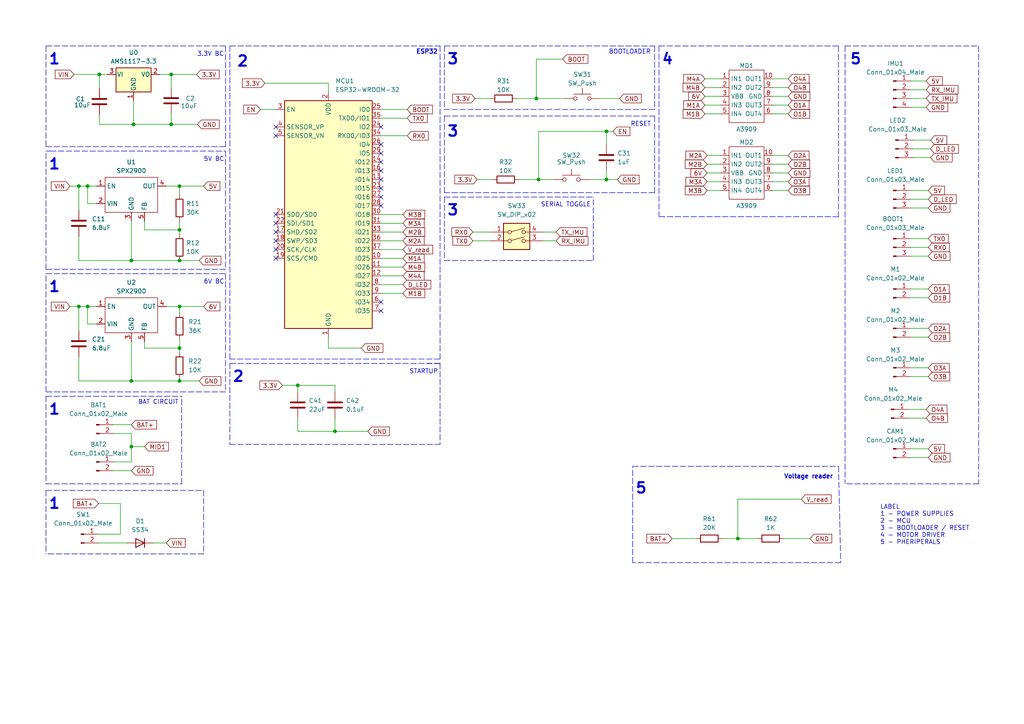
<source format=kicad_sch>
(kicad_sch (version 20211123) (generator eeschema)
  (paper "A4")
  (lib_symbols
    (symbol "A3909:A3909"
      (property "Reference" "MD" (at 0 7.62 0))
      (property "Value" "A3909" (at 0 -10.16 0))
      (symbol "A3909_0_1"
        (rectangle (start -5.08 6.35) (end 5.08 -8.89))
      )
      (symbol "A3909_1_1"
        (pin input line (at -7.62 3.81 0) (length 2.54) (name "IN1") (number "1"))
        (pin output line (at 7.62 3.81 180) (length 2.54) (name "OUT1") (number "10"))
        (pin input line (at -7.62 1.27 0) (length 2.54) (name "IN2") (number "2"))
        (pin input line (at -7.62 -1.27 0) (length 2.54) (name "VBB") (number "3"))
        (pin input line (at -7.62 -3.81 0) (length 2.54) (name "IN3") (number "4"))
        (pin input line (at -7.62 -6.35 0) (length 2.54) (name "IN4") (number "5"))
        (pin output line (at 7.62 -6.35 180) (length 2.54) (name "OUT4") (number "6"))
        (pin output line (at 7.62 -3.81 180) (length 2.54) (name "OUT3") (number "7"))
        (pin bidirectional line (at 7.62 -1.27 180) (length 2.54) (name "GND") (number "8"))
        (pin output line (at 7.62 1.27 180) (length 2.54) (name "OUT2") (number "9"))
      )
    )
    (symbol "Connector:Conn_01x02_Male" (pin_names (offset 1.016) hide)
      (property "Reference" "J" (at 0 2.54 0))
      (property "Value" "Conn_01x02_Male" (at 0 -5.08 0))
      (symbol "Conn_01x02_Male_1_1"
        (polyline (pts (xy 1.27 -2.54) (xy 0.8636 -2.54)) (stroke (width 0.1524)))
        (polyline (pts (xy 1.27 0) (xy 0.8636 0)) (stroke (width 0.1524)))
        (rectangle (start 0.8636 -2.413) (end 0 -2.667) (stroke (width 0.1524)) (fill (type outline)))
        (rectangle (start 0.8636 0.127) (end 0 -0.127) (stroke (width 0.1524)) (fill (type outline)))
        (pin passive line (at 5.08 0 180) (length 3.81) (name "Pin_1") (number "1"))
        (pin passive line (at 5.08 -2.54 180) (length 3.81) (name "Pin_2") (number "2"))
      )
    )
    (symbol "Connector:Conn_01x03_Male" (pin_names (offset 1.016) hide)
      (property "Reference" "J" (at 0 5.08 0))
      (property "Value" "Conn_01x03_Male" (at 0 -5.08 0))
      (symbol "Conn_01x03_Male_1_1"
        (polyline (pts (xy 1.27 -2.54) (xy 0.8636 -2.54)) (stroke (width 0.1524)))
        (polyline (pts (xy 1.27 0) (xy 0.8636 0)) (stroke (width 0.1524)))
        (polyline (pts (xy 1.27 2.54) (xy 0.8636 2.54)) (stroke (width 0.1524)))
        (rectangle (start 0.8636 -2.413) (end 0 -2.667) (stroke (width 0.1524)) (fill (type outline)))
        (rectangle (start 0.8636 0.127) (end 0 -0.127) (stroke (width 0.1524)) (fill (type outline)))
        (rectangle (start 0.8636 2.667) (end 0 2.413) (stroke (width 0.1524)) (fill (type outline)))
        (pin passive line (at 5.08 2.54 180) (length 3.81) (name "Pin_1") (number "1"))
        (pin passive line (at 5.08 0 180) (length 3.81) (name "Pin_2") (number "2"))
        (pin passive line (at 5.08 -2.54 180) (length 3.81) (name "Pin_3") (number "3"))
      )
    )
    (symbol "Connector:Conn_01x04_Male" (pin_names (offset 1.016) hide)
      (property "Reference" "J" (at 0 5.08 0))
      (property "Value" "Conn_01x04_Male" (at 0 -7.62 0))
      (symbol "Conn_01x04_Male_1_1"
        (polyline (pts (xy 1.27 -5.08) (xy 0.8636 -5.08)) (stroke (width 0.1524)))
        (polyline (pts (xy 1.27 -2.54) (xy 0.8636 -2.54)) (stroke (width 0.1524)))
        (polyline (pts (xy 1.27 0) (xy 0.8636 0)) (stroke (width 0.1524)))
        (polyline (pts (xy 1.27 2.54) (xy 0.8636 2.54)) (stroke (width 0.1524)))
        (rectangle (start 0.8636 -4.953) (end 0 -5.207) (stroke (width 0.1524)) (fill (type outline)))
        (rectangle (start 0.8636 -2.413) (end 0 -2.667) (stroke (width 0.1524)) (fill (type outline)))
        (rectangle (start 0.8636 0.127) (end 0 -0.127) (stroke (width 0.1524)) (fill (type outline)))
        (rectangle (start 0.8636 2.667) (end 0 2.413) (stroke (width 0.1524)) (fill (type outline)))
        (pin passive line (at 5.08 2.54 180) (length 3.81) (name "Pin_1") (number "1"))
        (pin passive line (at 5.08 0 180) (length 3.81) (name "Pin_2") (number "2"))
        (pin passive line (at 5.08 -2.54 180) (length 3.81) (name "Pin_3") (number "3"))
        (pin passive line (at 5.08 -5.08 180) (length 3.81) (name "Pin_4") (number "4"))
      )
    )
    (symbol "Device:C" (pin_numbers hide) (pin_names (offset 0.254))
      (property "Reference" "C" (at 0.635 2.54 0))
      (property "Value" "C" (at 0.635 -2.54 0))
      (symbol "C_0_1"
        (polyline (pts (xy -2.032 -0.762) (xy 2.032 -0.762)) (stroke (width 0.508)))
        (polyline (pts (xy -2.032 0.762) (xy 2.032 0.762)) (stroke (width 0.508)))
      )
      (symbol "C_1_1"
        (pin passive line (at 0 3.81 270) (length 2.794) (name "~") (number "1"))
        (pin passive line (at 0 -3.81 90) (length 2.794) (name "~") (number "2"))
      )
    )
    (symbol "Device:D" (pin_numbers hide) (pin_names (offset 1.016) hide)
      (property "Reference" "D" (at 0 2.54 0))
      (property "Value" "D" (at 0 -2.54 0))
      (symbol "D_0_1"
        (polyline (pts (xy -1.27 1.27) (xy -1.27 -1.27)) (stroke (width 0.254)))
        (polyline (pts (xy 1.27 0) (xy -1.27 0)))
        (polyline (pts (xy 1.27 1.27) (xy 1.27 -1.27) (xy -1.27 0) (xy 1.27 1.27)) (stroke (width 0.254)))
      )
      (symbol "D_1_1"
        (pin passive line (at -3.81 0 0) (length 2.54) (name "K") (number "1"))
        (pin passive line (at 3.81 0 180) (length 2.54) (name "A") (number "2"))
      )
    )
    (symbol "Device:R" (pin_numbers hide) (pin_names (offset 0))
      (property "Reference" "R" (at 2.032 0 90))
      (property "Value" "R" (at 0 0 90))
      (symbol "R_0_1"
        (rectangle (start -1.016 -2.54) (end 1.016 2.54) (stroke (width 0.254)))
      )
      (symbol "R_1_1"
        (pin passive line (at 0 3.81 270) (length 1.27) (name "~") (number "1"))
        (pin passive line (at 0 -3.81 90) (length 1.27) (name "~") (number "2"))
      )
    )
    (symbol "RF_Module:ESP32-WROOM-32"
      (property "Reference" "U" (at -12.7 34.29 0))
      (property "Value" "ESP32-WROOM-32" (at 1.27 34.29 0))
      (symbol "ESP32-WROOM-32_0_1"
        (rectangle (start -12.7 33.02) (end 12.7 -33.02) (stroke (width 0.254)) (fill (type background)))
      )
      (symbol "ESP32-WROOM-32_1_1"
        (pin power_in line (at 0 -35.56 90) (length 2.54) (name "GND") (number "1"))
        (pin bidirectional line (at 15.24 -12.7 180) (length 2.54) (name "IO25") (number "10"))
        (pin bidirectional line (at 15.24 -15.24 180) (length 2.54) (name "IO26") (number "11"))
        (pin bidirectional line (at 15.24 -17.78 180) (length 2.54) (name "IO27") (number "12"))
        (pin bidirectional line (at 15.24 10.16 180) (length 2.54) (name "IO14") (number "13"))
        (pin bidirectional line (at 15.24 15.24 180) (length 2.54) (name "IO12") (number "14"))
        (pin passive line (at 0 -35.56 90) (length 2.54) hide (name "GND") (number "15"))
        (pin bidirectional line (at 15.24 12.7 180) (length 2.54) (name "IO13") (number "16"))
        (pin bidirectional line (at -15.24 -5.08 0) (length 2.54) (name "SHD/SD2") (number "17"))
        (pin bidirectional line (at -15.24 -7.62 0) (length 2.54) (name "SWP/SD3") (number "18"))
        (pin bidirectional line (at -15.24 -12.7 0) (length 2.54) (name "SCS/CMD") (number "19"))
        (pin power_in line (at 0 35.56 270) (length 2.54) (name "VDD") (number "2"))
        (pin bidirectional line (at -15.24 -10.16 0) (length 2.54) (name "SCK/CLK") (number "20"))
        (pin bidirectional line (at -15.24 0 0) (length 2.54) (name "SDO/SD0") (number "21"))
        (pin bidirectional line (at -15.24 -2.54 0) (length 2.54) (name "SDI/SD1") (number "22"))
        (pin bidirectional line (at 15.24 7.62 180) (length 2.54) (name "IO15") (number "23"))
        (pin bidirectional line (at 15.24 25.4 180) (length 2.54) (name "IO2") (number "24"))
        (pin bidirectional line (at 15.24 30.48 180) (length 2.54) (name "IO0") (number "25"))
        (pin bidirectional line (at 15.24 20.32 180) (length 2.54) (name "IO4") (number "26"))
        (pin bidirectional line (at 15.24 5.08 180) (length 2.54) (name "IO16") (number "27"))
        (pin bidirectional line (at 15.24 2.54 180) (length 2.54) (name "IO17") (number "28"))
        (pin bidirectional line (at 15.24 17.78 180) (length 2.54) (name "IO5") (number "29"))
        (pin input line (at -15.24 30.48 0) (length 2.54) (name "EN") (number "3"))
        (pin bidirectional line (at 15.24 0 180) (length 2.54) (name "IO18") (number "30"))
        (pin bidirectional line (at 15.24 -2.54 180) (length 2.54) (name "IO19") (number "31"))
        (pin no_connect line (at -12.7 -27.94 0) (length 2.54) hide (name "NC") (number "32"))
        (pin bidirectional line (at 15.24 -5.08 180) (length 2.54) (name "IO21") (number "33"))
        (pin bidirectional line (at 15.24 22.86 180) (length 2.54) (name "RXD0/IO3") (number "34"))
        (pin bidirectional line (at 15.24 27.94 180) (length 2.54) (name "TXD0/IO1") (number "35"))
        (pin bidirectional line (at 15.24 -7.62 180) (length 2.54) (name "IO22") (number "36"))
        (pin bidirectional line (at 15.24 -10.16 180) (length 2.54) (name "IO23") (number "37"))
        (pin passive line (at 0 -35.56 90) (length 2.54) hide (name "GND") (number "38"))
        (pin passive line (at 0 -35.56 90) (length 2.54) hide (name "GND") (number "39"))
        (pin input line (at -15.24 25.4 0) (length 2.54) (name "SENSOR_VP") (number "4"))
        (pin input line (at -15.24 22.86 0) (length 2.54) (name "SENSOR_VN") (number "5"))
        (pin input line (at 15.24 -25.4 180) (length 2.54) (name "IO34") (number "6"))
        (pin input line (at 15.24 -27.94 180) (length 2.54) (name "IO35") (number "7"))
        (pin bidirectional line (at 15.24 -20.32 180) (length 2.54) (name "IO32") (number "8"))
        (pin bidirectional line (at 15.24 -22.86 180) (length 2.54) (name "IO33") (number "9"))
      )
    )
    (symbol "Regulator_Linear:AMS1117-3.3" (pin_names (offset 0.254))
      (property "Reference" "U" (at -3.81 3.175 0))
      (property "Value" "AMS1117-3.3" (at 0 3.175 0))
      (symbol "AMS1117-3.3_0_1"
        (rectangle (start -5.08 -5.08) (end 5.08 1.905) (stroke (width 0.254)) (fill (type background)))
      )
      (symbol "AMS1117-3.3_1_1"
        (pin power_in line (at 0 -7.62 90) (length 2.54) (name "GND") (number "1"))
        (pin power_out line (at 7.62 0 180) (length 2.54) (name "VO") (number "2"))
        (pin power_in line (at -7.62 0 0) (length 2.54) (name "VI") (number "3"))
      )
    )
    (symbol "SPX2900:SPX2900"
      (property "Reference" "U" (at 0 6.35 0))
      (property "Value" "SPX2900" (at 0 8.89 0))
      (symbol "SPX2900_0_1"
        (rectangle (start -7.62 5.08) (end 7.62 -5.08))
      )
      (symbol "SPX2900_1_1"
        (pin input line (at -10.16 2.54 0) (length 2.54) (name "EN") (number "1"))
        (pin input line (at -10.16 -2.54 0) (length 2.54) (name "VIN") (number "2"))
        (pin input line (at 0 -7.62 90) (length 2.54) (name "GND") (number "3"))
        (pin output line (at 10.16 2.54 180) (length 2.54) (name "OUT") (number "4"))
        (pin input line (at 3.81 -7.62 90) (length 2.54) (name "FB") (number "5"))
      )
    )
    (symbol "SPX2900_1"
      (property "Reference" "U" (at 0 6.35 0))
      (property "Value" "SPX2900_1" (at 0 8.89 0))
      (symbol "SPX2900_1_0_1"
        (rectangle (start -7.62 5.08) (end 7.62 -5.08))
      )
      (symbol "SPX2900_1_1_1"
        (pin input line (at -10.16 2.54 0) (length 2.54) (name "EN") (number "1"))
        (pin input line (at -10.16 -2.54 0) (length 2.54) (name "VIN") (number "2"))
        (pin input line (at 0 -7.62 90) (length 2.54) (name "GND") (number "3"))
        (pin output line (at 10.16 2.54 180) (length 2.54) (name "OUT") (number "4"))
        (pin input line (at 3.81 -7.62 90) (length 2.54) (name "FB") (number "5"))
      )
    )
    (symbol "Switch:SW_DIP_x02" (pin_names (offset 0) hide)
      (property "Reference" "SW" (at 0 6.35 0))
      (property "Value" "SW_DIP_x02" (at 0 -3.81 0))
      (symbol "SW_DIP_x02_0_0"
        (circle (center -2.032 0) (radius 0.508))
        (circle (center -2.032 2.54) (radius 0.508))
        (polyline (pts (xy -1.524 0.127) (xy 2.3622 1.1684)))
        (polyline (pts (xy -1.524 2.667) (xy 2.3622 3.7084)))
        (circle (center 2.032 0) (radius 0.508))
        (circle (center 2.032 2.54) (radius 0.508))
      )
      (symbol "SW_DIP_x02_0_1"
        (rectangle (start -3.81 5.08) (end 3.81 -2.54) (stroke (width 0.254)) (fill (type background)))
      )
      (symbol "SW_DIP_x02_1_1"
        (pin passive line (at -7.62 2.54 0) (length 5.08) (name "~") (number "1"))
        (pin passive line (at -7.62 0 0) (length 5.08) (name "~") (number "2"))
        (pin passive line (at 7.62 0 180) (length 5.08) (name "~") (number "3"))
        (pin passive line (at 7.62 2.54 180) (length 5.08) (name "~") (number "4"))
      )
    )
    (symbol "Switch:SW_Push" (pin_numbers hide) (pin_names (offset 1.016) hide)
      (property "Reference" "SW" (at 1.27 2.54 0))
      (property "Value" "SW_Push" (at 0 -1.524 0))
      (symbol "SW_Push_0_1"
        (circle (center -2.032 0) (radius 0.508))
        (polyline (pts (xy 0 1.27) (xy 0 3.048)))
        (polyline (pts (xy 2.54 1.27) (xy -2.54 1.27)))
        (circle (center 2.032 0) (radius 0.508))
        (pin passive line (at -5.08 0 0) (length 2.54) (name "1") (number "1"))
        (pin passive line (at 5.08 0 180) (length 2.54) (name "2") (number "2"))
      )
    )
  )
  (junction (at 175.895 52.07))
  (junction (at 28.829 21.59))
  (junction (at 52.07 66.675))
  (junction (at 52.07 53.975))
  (junction (at 86.36 111.76))
  (junction (at 49.657 21.59))
  (junction (at 175.895 38.1))
  (junction (at 97.155 125.095))
  (junction (at 155.575 28.575))
  (junction (at 22.86 53.975))
  (junction (at 25.4 88.9))
  (junction (at 156.21 52.07))
  (junction (at 25.4 53.975))
  (junction (at 49.657 36.068))
  (junction (at 52.07 110.49))
  (junction (at 38.1 75.565))
  (junction (at 52.07 75.565))
  (junction (at 52.07 88.9))
  (junction (at 38.1 129.54))
  (junction (at 22.86 88.9))
  (junction (at 38.1 110.49))
  (junction (at 52.07 100.965))
  (junction (at 38.735 36.068))
  (junction (at 213.995 156.21))
  (no_connect (at 110.49 59.69))
  (no_connect (at 80.01 69.85))
  (no_connect (at 80.01 72.39))
  (no_connect (at 80.01 74.93))
  (no_connect (at 80.01 39.37))
  (no_connect (at 80.01 62.23))
  (no_connect (at 80.01 64.77))
  (no_connect (at 80.01 67.31))
  (no_connect (at 80.01 36.83))
  (no_connect (at 110.49 54.61))
  (no_connect (at 110.49 49.53))
  (no_connect (at 110.49 90.17))
  (no_connect (at 110.49 87.63))
  (no_connect (at 110.49 57.15))
  (no_connect (at 110.49 36.83))
  (no_connect (at 110.49 41.91))
  (no_connect (at 110.49 44.45))
  (no_connect (at 110.49 46.99))
  (no_connect (at 110.49 52.07))
  (wire (pts (xy 52.07 66.675) (xy 52.07 67.945)))
  (wire (pts (xy 52.07 110.49) (xy 38.1 110.49)))
  (wire (pts (xy 156.21 38.1) (xy 175.895 38.1)))
  (wire (pts (xy 28.575 146.05) (xy 34.925 146.05)))
  (polyline (pts (xy 127.635 105.41) (xy 127.635 128.905)))
  (wire (pts (xy 20.32 88.9) (xy 22.86 88.9)))
  (wire (pts (xy 44.45 157.48) (xy 48.26 157.48)))
  (wire (pts (xy 110.49 85.09) (xy 116.84 85.09)))
  (wire (pts (xy 110.49 74.93) (xy 116.84 74.93)))
  (polyline (pts (xy 13.335 142.24) (xy 13.335 160.655)))
  (wire (pts (xy 21.463 21.59) (xy 28.829 21.59)))
  (polyline (pts (xy 65.405 113.665) (xy 13.335 113.665)))
  (wire (pts (xy 22.86 95.885) (xy 22.86 88.9)))
  (wire (pts (xy 157.48 69.85) (xy 161.29 69.85)))
  (polyline (pts (xy 189.865 31.75) (xy 128.905 31.75)))
  (wire (pts (xy 34.925 146.05) (xy 34.925 154.94)))
  (polyline (pts (xy 243.84 163.195) (xy 183.515 163.195)))
  (wire (pts (xy 22.86 68.58) (xy 22.86 75.565)))
  (polyline (pts (xy 65.405 13.335) (xy 13.335 13.335)))
  (wire (pts (xy 38.1 99.06) (xy 38.1 110.49)))
  (wire (pts (xy 20.32 53.975) (xy 22.86 53.975)))
  (wire (pts (xy 97.155 111.76) (xy 97.155 113.665)))
  (wire (pts (xy 110.49 67.31) (xy 116.84 67.31)))
  (wire (pts (xy 97.155 125.095) (xy 106.68 125.095)))
  (wire (pts (xy 205.105 52.705) (xy 208.915 52.705)))
  (wire (pts (xy 95.25 97.79) (xy 95.25 100.965)))
  (wire (pts (xy 269.24 109.22) (xy 264.16 109.22)))
  (wire (pts (xy 97.155 121.285) (xy 97.155 125.095)))
  (wire (pts (xy 156.21 38.1) (xy 156.21 52.07)))
  (polyline (pts (xy 59.055 160.655) (xy 13.335 160.655)))
  (wire (pts (xy 157.48 67.31) (xy 161.29 67.31)))
  (wire (pts (xy 52.07 88.9) (xy 52.07 90.805)))
  (wire (pts (xy 28.575 157.48) (xy 36.83 157.48)))
  (polyline (pts (xy 127.635 13.335) (xy 127.635 104.14)))
  (wire (pts (xy 41.91 99.06) (xy 41.91 100.965)))
  (polyline (pts (xy 191.135 13.335) (xy 243.205 13.335)))
  (wire (pts (xy 155.575 17.145) (xy 155.575 28.575)))
  (wire (pts (xy 86.36 113.665) (xy 86.36 111.76)))
  (wire (pts (xy 205.105 55.245) (xy 208.915 55.245)))
  (wire (pts (xy 52.07 98.425) (xy 52.07 100.965)))
  (wire (pts (xy 81.915 111.76) (xy 86.36 111.76)))
  (polyline (pts (xy 128.905 57.15) (xy 172.085 57.15)))
  (wire (pts (xy 264.16 31.115) (xy 268.605 31.115)))
  (wire (pts (xy 213.995 144.78) (xy 213.995 156.21)))
  (polyline (pts (xy 66.675 105.41) (xy 91.44 105.41)))
  (polyline (pts (xy 127.635 104.14) (xy 66.675 104.14)))
  (polyline (pts (xy 189.865 13.335) (xy 189.865 31.75)))
  (wire (pts (xy 269.24 106.68) (xy 264.16 106.68)))
  (polyline (pts (xy 243.205 13.335) (xy 243.205 62.865)))
  (wire (pts (xy 38.1 125.73) (xy 33.02 125.73)))
  (wire (pts (xy 52.07 109.855) (xy 52.07 110.49)))
  (wire (pts (xy 49.657 33.02) (xy 49.657 36.068)))
  (wire (pts (xy 22.86 103.505) (xy 22.86 110.49)))
  (wire (pts (xy 209.55 156.21) (xy 213.995 156.21)))
  (wire (pts (xy 224.155 25.4) (xy 228.6 25.4)))
  (polyline (pts (xy 183.515 163.195) (xy 183.515 135.255)))
  (wire (pts (xy 173.99 28.575) (xy 179.705 28.575)))
  (wire (pts (xy 52.07 53.975) (xy 59.055 53.975)))
  (wire (pts (xy 137.795 28.575) (xy 142.24 28.575)))
  (wire (pts (xy 269.24 83.82) (xy 264.16 83.82)))
  (wire (pts (xy 49.657 36.068) (xy 57.277 36.068)))
  (wire (pts (xy 224.155 22.86) (xy 228.6 22.86)))
  (wire (pts (xy 57.023 21.59) (xy 49.657 21.59)))
  (polyline (pts (xy 245.11 13.335) (xy 283.845 13.335)))
  (wire (pts (xy 175.895 38.1) (xy 177.8 38.1)))
  (polyline (pts (xy 13.335 79.375) (xy 65.405 79.375)))
  (polyline (pts (xy 13.335 142.24) (xy 59.055 142.24)))
  (wire (pts (xy 269.24 86.36) (xy 264.16 86.36)))
  (wire (pts (xy 38.1 133.985) (xy 33.02 133.985)))
  (polyline (pts (xy 128.905 13.335) (xy 189.865 13.335)))
  (polyline (pts (xy 65.405 79.375) (xy 65.405 113.665)))
  (wire (pts (xy 205.105 47.625) (xy 208.915 47.625)))
  (wire (pts (xy 48.26 53.975) (xy 52.07 53.975)))
  (polyline (pts (xy 283.845 13.335) (xy 283.845 140.335)))
  (polyline (pts (xy 13.335 13.335) (xy 13.335 42.545)))
  (polyline (pts (xy 127.635 105.41) (xy 123.825 105.41)))
  (wire (pts (xy 52.07 75.565) (xy 38.1 75.565)))
  (polyline (pts (xy 52.705 140.335) (xy 52.705 114.935)))
  (wire (pts (xy 22.86 88.9) (xy 25.4 88.9)))
  (wire (pts (xy 163.195 17.145) (xy 155.575 17.145)))
  (wire (pts (xy 269.24 57.785) (xy 264.16 57.785)))
  (polyline (pts (xy 128.905 57.15) (xy 128.905 75.565)))
  (polyline (pts (xy 13.335 114.935) (xy 52.705 114.935)))
  (wire (pts (xy 269.24 55.245) (xy 264.16 55.245)))
  (polyline (pts (xy 128.905 33.655) (xy 189.865 33.655)))
  (polyline (pts (xy 283.845 140.335) (xy 245.11 140.335)))
  (polyline (pts (xy 189.865 55.88) (xy 128.905 55.88)))
  (wire (pts (xy 264.16 69.215) (xy 269.24 69.215)))
  (polyline (pts (xy 243.205 62.865) (xy 191.135 62.865)))
  (polyline (pts (xy 13.335 78.105) (xy 13.335 43.815)))
  (wire (pts (xy 38.735 36.068) (xy 28.829 36.068)))
  (wire (pts (xy 264.795 45.72) (xy 269.875 45.72)))
  (wire (pts (xy 110.49 69.85) (xy 116.84 69.85)))
  (wire (pts (xy 110.49 31.75) (xy 118.11 31.75)))
  (wire (pts (xy 264.16 28.575) (xy 268.605 28.575)))
  (wire (pts (xy 268.605 23.495) (xy 264.16 23.495)))
  (wire (pts (xy 175.895 52.07) (xy 179.07 52.07)))
  (wire (pts (xy 137.16 67.31) (xy 142.24 67.31)))
  (wire (pts (xy 269.24 95.25) (xy 264.16 95.25)))
  (wire (pts (xy 38.735 29.21) (xy 38.735 36.068)))
  (wire (pts (xy 110.49 72.39) (xy 116.84 72.39)))
  (wire (pts (xy 57.785 75.565) (xy 52.07 75.565)))
  (wire (pts (xy 269.24 97.79) (xy 264.16 97.79)))
  (polyline (pts (xy 66.675 13.335) (xy 127.635 13.335)))
  (wire (pts (xy 38.1 125.73) (xy 38.1 129.54)))
  (wire (pts (xy 224.155 45.085) (xy 228.6 45.085)))
  (wire (pts (xy 205.105 50.165) (xy 208.915 50.165)))
  (wire (pts (xy 170.815 52.07) (xy 175.895 52.07)))
  (wire (pts (xy 224.155 55.245) (xy 228.6 55.245)))
  (wire (pts (xy 268.605 121.285) (xy 263.525 121.285)))
  (wire (pts (xy 137.16 69.85) (xy 142.24 69.85)))
  (wire (pts (xy 22.86 60.96) (xy 22.86 53.975)))
  (wire (pts (xy 205.105 45.085) (xy 208.915 45.085)))
  (polyline (pts (xy 128.905 75.565) (xy 172.085 75.565)))
  (wire (pts (xy 268.605 118.745) (xy 263.525 118.745)))
  (wire (pts (xy 204.47 25.4) (xy 208.915 25.4)))
  (wire (pts (xy 204.47 22.86) (xy 208.915 22.86)))
  (wire (pts (xy 25.4 88.9) (xy 27.94 88.9)))
  (polyline (pts (xy 189.865 33.655) (xy 189.865 55.88)))
  (wire (pts (xy 149.86 28.575) (xy 155.575 28.575)))
  (wire (pts (xy 48.26 88.9) (xy 52.07 88.9)))
  (wire (pts (xy 110.49 64.77) (xy 116.84 64.77)))
  (wire (pts (xy 75.565 31.75) (xy 80.01 31.75)))
  (wire (pts (xy 232.41 144.78) (xy 213.995 144.78)))
  (wire (pts (xy 110.49 77.47) (xy 116.84 77.47)))
  (wire (pts (xy 52.07 110.49) (xy 57.785 110.49)))
  (polyline (pts (xy 128.905 33.655) (xy 128.905 55.88)))
  (wire (pts (xy 269.875 43.18) (xy 264.795 43.18)))
  (wire (pts (xy 86.36 121.285) (xy 86.36 125.095)))
  (polyline (pts (xy 65.405 42.545) (xy 65.405 13.335)))
  (polyline (pts (xy 66.675 105.41) (xy 66.675 128.905)))
  (polyline (pts (xy 66.675 128.905) (xy 127.635 128.905)))
  (wire (pts (xy 224.155 47.625) (xy 228.6 47.625)))
  (wire (pts (xy 204.47 33.02) (xy 208.915 33.02)))
  (wire (pts (xy 33.02 136.525) (xy 38.1 136.525)))
  (wire (pts (xy 110.49 62.23) (xy 116.84 62.23)))
  (wire (pts (xy 264.16 71.755) (xy 269.24 71.755)))
  (wire (pts (xy 46.355 21.59) (xy 49.657 21.59)))
  (wire (pts (xy 22.86 75.565) (xy 38.1 75.565)))
  (wire (pts (xy 41.91 66.675) (xy 52.07 66.675)))
  (wire (pts (xy 38.1 64.135) (xy 38.1 75.565)))
  (polyline (pts (xy 59.055 142.24) (xy 59.055 160.655)))
  (wire (pts (xy 38.1 123.19) (xy 33.02 123.19)))
  (polyline (pts (xy 127.635 105.41) (xy 91.44 105.41)))
  (wire (pts (xy 264.16 26.035) (xy 268.605 26.035)))
  (wire (pts (xy 25.4 88.9) (xy 25.4 93.98)))
  (wire (pts (xy 224.155 52.705) (xy 228.6 52.705)))
  (polyline (pts (xy 13.335 43.815) (xy 14.605 43.815)))
  (wire (pts (xy 204.47 27.94) (xy 208.915 27.94)))
  (wire (pts (xy 155.575 28.575) (xy 163.83 28.575)))
  (wire (pts (xy 25.4 93.98) (xy 27.94 93.98)))
  (wire (pts (xy 25.4 53.975) (xy 27.94 53.975)))
  (wire (pts (xy 224.155 33.02) (xy 228.6 33.02)))
  (wire (pts (xy 38.1 129.54) (xy 38.1 133.985)))
  (wire (pts (xy 150.495 52.07) (xy 156.21 52.07)))
  (wire (pts (xy 28.829 36.068) (xy 28.829 33.274)))
  (wire (pts (xy 224.155 50.165) (xy 228.6 50.165)))
  (wire (pts (xy 227.33 156.21) (xy 234.95 156.21)))
  (wire (pts (xy 41.91 64.135) (xy 41.91 66.675)))
  (wire (pts (xy 34.925 154.94) (xy 28.575 154.94)))
  (wire (pts (xy 110.49 39.37) (xy 118.11 39.37)))
  (wire (pts (xy 41.91 100.965) (xy 52.07 100.965)))
  (polyline (pts (xy 65.405 78.105) (xy 13.335 78.105)))
  (wire (pts (xy 213.995 156.21) (xy 219.71 156.21)))
  (wire (pts (xy 269.24 132.715) (xy 264.16 132.715)))
  (wire (pts (xy 49.657 21.59) (xy 49.657 25.4)))
  (polyline (pts (xy 243.205 135.255) (xy 243.84 163.195)))
  (polyline (pts (xy 191.135 13.335) (xy 191.135 62.865)))
  (wire (pts (xy 95.25 24.13) (xy 76.835 24.13)))
  (wire (pts (xy 138.43 52.07) (xy 142.875 52.07)))
  (polyline (pts (xy 128.905 13.335) (xy 128.905 31.75)))
  (wire (pts (xy 49.657 36.068) (xy 38.735 36.068)))
  (wire (pts (xy 25.4 59.055) (xy 27.94 59.055)))
  (wire (pts (xy 204.47 30.48) (xy 208.915 30.48)))
  (wire (pts (xy 52.07 88.9) (xy 59.055 88.9)))
  (wire (pts (xy 52.07 64.135) (xy 52.07 66.675)))
  (wire (pts (xy 22.86 53.975) (xy 25.4 53.975)))
  (wire (pts (xy 156.21 52.07) (xy 160.655 52.07)))
  (wire (pts (xy 224.155 27.94) (xy 228.6 27.94)))
  (wire (pts (xy 86.36 111.76) (xy 97.155 111.76)))
  (wire (pts (xy 52.07 100.965) (xy 52.07 102.235)))
  (wire (pts (xy 95.25 26.67) (xy 95.25 24.13)))
  (wire (pts (xy 224.155 30.48) (xy 228.6 30.48)))
  (wire (pts (xy 110.49 34.29) (xy 118.11 34.29)))
  (wire (pts (xy 86.36 125.095) (xy 97.155 125.095)))
  (polyline (pts (xy 183.515 135.255) (xy 243.205 135.255)))
  (polyline (pts (xy 66.675 104.14) (xy 66.675 13.335)))
  (polyline (pts (xy 14.605 43.815) (xy 65.405 43.815)))
  (wire (pts (xy 194.945 156.21) (xy 201.93 156.21)))
  (wire (pts (xy 28.829 21.59) (xy 31.115 21.59)))
  (polyline (pts (xy 172.085 75.565) (xy 172.085 57.15)))
  (wire (pts (xy 110.49 80.01) (xy 116.84 80.01)))
  (polyline (pts (xy 13.335 140.335) (xy 52.705 140.335)))
  (polyline (pts (xy 13.335 42.545) (xy 65.405 42.545)))
  (wire (pts (xy 110.49 82.55) (xy 116.84 82.55)))
  (wire (pts (xy 28.829 25.654) (xy 28.829 21.59)))
  (wire (pts (xy 25.4 53.975) (xy 25.4 59.055)))
  (wire (pts (xy 175.895 38.1) (xy 175.895 41.91)))
  (polyline (pts (xy 65.405 43.815) (xy 65.405 78.105)))
  (wire (pts (xy 104.775 100.965) (xy 95.25 100.965)))
  (wire (pts (xy 264.16 60.325) (xy 269.24 60.325)))
  (wire (pts (xy 175.895 52.07) (xy 175.895 49.53)))
  (wire (pts (xy 22.86 110.49) (xy 38.1 110.49)))
  (wire (pts (xy 52.07 53.975) (xy 52.07 56.515)))
  (wire (pts (xy 38.1 129.54) (xy 41.91 129.54)))
  (wire (pts (xy 269.875 40.64) (xy 264.795 40.64)))
  (polyline (pts (xy 13.335 113.665) (xy 13.335 79.375)))
  (wire (pts (xy 264.16 74.295) (xy 269.24 74.295)))
  (wire (pts (xy 269.24 130.175) (xy 264.16 130.175)))
  (polyline (pts (xy 245.11 13.335) (xy 245.11 140.335)))
  (polyline (pts (xy 13.335 114.935) (xy 13.335 140.335)))
  (text "2" (at 68.58 19.685 0) (effects (font (size 3 3) (thickness 0.6) bold) (justify left bottom)))
  (text "3" (at 129.54 40.005 0) (effects (font (size 3 3) (thickness 0.6) bold) (justify left bottom)))
  (text "5V BC" (at 59.055 46.99 0) (effects (font (size 1.27 1.27)) (justify left bottom)))
  (text "1" (at 13.97 120.65 0) (effects (font (size 3 3) (thickness 0.6) bold) (justify left bottom)))
  (text "3" (at 129.54 62.865 0) (effects (font (size 3 3) (thickness 0.6) bold) (justify left bottom)))
  (text "STARTUP\n" (at 118.745 108.585 0) (effects (font (size 1.27 1.27)) (justify left bottom)))
  (text "4\n" (at 191.77 19.05 0) (effects (font (size 3 3) (thickness 0.6) bold) (justify left bottom)))
  (text "1" (at 13.97 49.53 0) (effects (font (size 3 3) (thickness 0.6) bold) (justify left bottom)))
  (text "Voltage reader" (at 227.33 139.065 0) (effects (font (size 1.27 1.27) (thickness 0.254) bold) (justify left bottom)))
  (text "3" (at 129.54 19.05 0) (effects (font (size 3 3) (thickness 0.6) bold) (justify left bottom)))
  (text "The button switches are not recieving the 3.3V input from AMS1117-3.3\n\nBoth EN and BOOT are GNDed\n\n22uF Capacitor does not exist in 0402, use 0603\n\nLogic line is 0.18mm\n\nPower Line is 0.20mm\n" (at 310.515 79.375 0) (effects (font (size 1.27 1.27)) (justify left bottom)))
  (text "RESET\n" (at 182.88 36.83 0) (effects (font (size 1.27 1.27)) (justify left bottom)))
  (text "1" (at 13.97 85.09 0) (effects (font (size 3 3) (thickness 0.6) bold) (justify left bottom)))
  (text "1\n" (at 13.97 19.05 0) (effects (font (size 3 3) (thickness 0.6) bold) (justify left bottom)))
  (text "SERIAL TOGGLE\n\n" (at 156.845 62.23 0) (effects (font (size 1.27 1.27)) (justify left bottom)))
  (text "6V BC\n" (at 59.055 82.55 0) (effects (font (size 1.27 1.27)) (justify left bottom)))
  (text "BOOTLOADER\n" (at 176.53 15.875 0) (effects (font (size 1.27 1.27)) (justify left bottom)))
  (text "BAT CIRCUIT\n" (at 40.005 117.475 0) (effects (font (size 1.27 1.27)) (justify left bottom)))
  (text "2" (at 67.31 111.125 0) (effects (font (size 3 3) (thickness 0.6) bold) (justify left bottom)))
  (text "1" (at 13.97 147.955 0) (effects (font (size 3 3) (thickness 0.6) bold) (justify left bottom)))
  (text "3.3V BC\n" (at 57.15 16.51 0) (effects (font (size 1.27 1.27)) (justify left bottom)))
  (text "5" (at 246.38 19.05 0) (effects (font (size 3 3) (thickness 0.6) bold) (justify left bottom)))
  (text "LABEL\n1 - POWER SUPPLIES\n2 - MCU\n3 - BOOTLOADER / RESET\n4 - MOTOR DRIVER\n5 - PHERIPERALS" (at 255.27 158.115 0) (effects (font (size 1.27 1.27)) (justify left bottom)))
  (text "ESP32\n" (at 120.65 15.875 0) (effects (font (size 1.27 1.27) (thickness 0.254) bold) (justify left bottom)))
  (text "5" (at 184.15 143.51 0) (effects (font (size 3 3) (thickness 0.6) bold) (justify left bottom)))
  (global_label "M1A" (shape input) (at 204.47 30.48 180) (property "Intersheet References" "${INTERSHEET_REFS}" (effects hide)))
  (global_label "M3A" (shape input) (at 116.84 64.77 0) (property "Intersheet References" "${INTERSHEET_REFS}" (effects hide)))
  (global_label "6V" (shape input) (at 205.105 50.165 180) (property "Intersheet References" "${INTERSHEET_REFS}" (effects hide)))
  (global_label "RX0" (shape input) (at 118.11 39.37 0) (property "Intersheet References" "${INTERSHEET_REFS}" (effects hide)))
  (global_label "VIN" (shape input) (at 20.32 53.975 180) (property "Intersheet References" "${INTERSHEET_REFS}" (effects hide)))
  (global_label "GND" (shape input) (at 269.24 132.715 0) (property "Intersheet References" "${INTERSHEET_REFS}" (effects hide)))
  (global_label "GND" (shape input) (at 234.95 156.21 0) (property "Intersheet References" "${INTERSHEET_REFS}" (effects hide)))
  (global_label "5V" (shape input) (at 269.875 40.64 0) (property "Intersheet References" "${INTERSHEET_REFS}" (effects hide)))
  (global_label "GND" (shape input) (at 228.6 50.165 0) (property "Intersheet References" "${INTERSHEET_REFS}" (effects hide)))
  (global_label "GND" (shape input) (at 179.705 28.575 0) (property "Intersheet References" "${INTERSHEET_REFS}" (effects hide)))
  (global_label "D_LED" (shape input) (at 116.84 82.55 0) (property "Intersheet References" "${INTERSHEET_REFS}" (effects hide)))
  (global_label "GND" (shape input) (at 268.605 31.115 0) (property "Intersheet References" "${INTERSHEET_REFS}" (effects hide)))
  (global_label "5V" (shape input) (at 269.24 130.175 0) (property "Intersheet References" "${INTERSHEET_REFS}" (effects hide)))
  (global_label "M2B" (shape input) (at 116.84 67.31 0) (property "Intersheet References" "${INTERSHEET_REFS}" (effects hide)))
  (global_label "O2A" (shape input) (at 228.6 45.085 0) (property "Intersheet References" "${INTERSHEET_REFS}" (effects hide)))
  (global_label "O3B" (shape input) (at 228.6 55.245 0) (property "Intersheet References" "${INTERSHEET_REFS}" (effects hide)))
  (global_label "EN" (shape input) (at 75.565 31.75 180) (property "Intersheet References" "${INTERSHEET_REFS}" (effects hide)))
  (global_label "GND" (shape input) (at 38.1 136.525 0) (property "Intersheet References" "${INTERSHEET_REFS}" (effects hide)))
  (global_label "M2B" (shape input) (at 205.105 47.625 180) (property "Intersheet References" "${INTERSHEET_REFS}" (effects hide)))
  (global_label "6V" (shape input) (at 59.055 88.9 0) (property "Intersheet References" "${INTERSHEET_REFS}" (effects hide)))
  (global_label "GND" (shape input) (at 57.277 36.068 0) (property "Intersheet References" "${INTERSHEET_REFS}" (effects hide)))
  (global_label "EN" (shape input) (at 177.8 38.1 0) (property "Intersheet References" "${INTERSHEET_REFS}" (effects hide)))
  (global_label "RX_IMU" (shape input) (at 161.29 69.85 0) (property "Intersheet References" "${INTERSHEET_REFS}" (effects hide)))
  (global_label "M4A" (shape input) (at 204.47 22.86 180) (property "Intersheet References" "${INTERSHEET_REFS}" (effects hide)))
  (global_label "V_read" (shape input) (at 116.84 72.39 0) (property "Intersheet References" "${INTERSHEET_REFS}" (effects hide)))
  (global_label "VIN" (shape input) (at 48.26 157.48 0) (property "Intersheet References" "${INTERSHEET_REFS}" (effects hide)))
  (global_label "O2B" (shape input) (at 269.24 97.79 0) (property "Intersheet References" "${INTERSHEET_REFS}" (effects hide)))
  (global_label "GND" (shape input) (at 57.785 110.49 0) (property "Intersheet References" "${INTERSHEET_REFS}" (effects hide)))
  (global_label "BOOT" (shape input) (at 163.195 17.145 0) (property "Intersheet References" "${INTERSHEET_REFS}" (effects hide)))
  (global_label "GND" (shape input) (at 106.68 125.095 0) (property "Intersheet References" "${INTERSHEET_REFS}" (effects hide)))
  (global_label "5V" (shape input) (at 59.055 53.975 0) (property "Intersheet References" "${INTERSHEET_REFS}" (effects hide)))
  (global_label "GND" (shape input) (at 269.24 74.295 0) (property "Intersheet References" "${INTERSHEET_REFS}" (effects hide)))
  (global_label "6V" (shape input) (at 204.47 27.94 180) (property "Intersheet References" "${INTERSHEET_REFS}" (effects hide)))
  (global_label "GND" (shape input) (at 179.07 52.07 0) (property "Intersheet References" "${INTERSHEET_REFS}" (effects hide)))
  (global_label "O2A" (shape input) (at 269.24 95.25 0) (property "Intersheet References" "${INTERSHEET_REFS}" (effects hide)))
  (global_label "GND" (shape input) (at 269.875 45.72 0) (property "Intersheet References" "${INTERSHEET_REFS}" (effects hide)))
  (global_label "RX0" (shape input) (at 137.16 67.31 180) (property "Intersheet References" "${INTERSHEET_REFS}" (effects hide)))
  (global_label "O1A" (shape input) (at 228.6 30.48 0) (property "Intersheet References" "${INTERSHEET_REFS}" (effects hide)))
  (global_label "GND" (shape input) (at 57.785 75.565 0) (property "Intersheet References" "${INTERSHEET_REFS}" (effects hide)))
  (global_label "RX_IMU" (shape input) (at 268.605 26.035 0) (property "Intersheet References" "${INTERSHEET_REFS}" (effects hide)))
  (global_label "D_LED" (shape input) (at 269.875 43.18 0) (property "Intersheet References" "${INTERSHEET_REFS}" (effects hide)))
  (global_label "5V" (shape input) (at 269.24 55.245 0) (property "Intersheet References" "${INTERSHEET_REFS}" (effects hide)))
  (global_label "V_read" (shape input) (at 232.41 144.78 0) (property "Intersheet References" "${INTERSHEET_REFS}" (effects hide)))
  (global_label "O3A" (shape input) (at 228.6 52.705 0) (property "Intersheet References" "${INTERSHEET_REFS}" (effects hide)))
  (global_label "M2A" (shape input) (at 205.105 45.085 180) (property "Intersheet References" "${INTERSHEET_REFS}" (effects hide)))
  (global_label "VIN" (shape input) (at 20.32 88.9 180) (property "Intersheet References" "${INTERSHEET_REFS}" (effects hide)))
  (global_label "MID1" (shape input) (at 41.91 129.54 0) (property "Intersheet References" "${INTERSHEET_REFS}" (effects hide)))
  (global_label "TX0" (shape input) (at 269.24 69.215 0) (property "Intersheet References" "${INTERSHEET_REFS}" (effects hide)))
  (global_label "GND" (shape input) (at 104.775 100.965 0) (property "Intersheet References" "${INTERSHEET_REFS}" (effects hide)))
  (global_label "M2A" (shape input) (at 116.84 69.85 0) (property "Intersheet References" "${INTERSHEET_REFS}" (effects hide)))
  (global_label "3.3V" (shape input) (at 57.023 21.59 0) (property "Intersheet References" "${INTERSHEET_REFS}" (effects hide)))
  (global_label "RX0" (shape input) (at 269.24 71.755 0) (property "Intersheet References" "${INTERSHEET_REFS}" (effects hide)))
  (global_label "3.3V" (shape input) (at 81.915 111.76 180) (property "Intersheet References" "${INTERSHEET_REFS}" (effects hide)))
  (global_label "TX0" (shape input) (at 137.16 69.85 180) (property "Intersheet References" "${INTERSHEET_REFS}" (effects hide)))
  (global_label "VIN" (shape input) (at 21.463 21.59 180) (property "Intersheet References" "${INTERSHEET_REFS}" (effects hide)))
  (global_label "3.3V" (shape input) (at 137.795 28.575 180) (property "Intersheet References" "${INTERSHEET_REFS}" (effects hide)))
  (global_label "M1B" (shape input) (at 116.84 85.09 0) (property "Intersheet References" "${INTERSHEET_REFS}" (effects hide)))
  (global_label "BOOT" (shape input) (at 118.11 31.75 0) (property "Intersheet References" "${INTERSHEET_REFS}" (effects hide)))
  (global_label "3.3V" (shape input) (at 76.835 24.13 180) (property "Intersheet References" "${INTERSHEET_REFS}" (effects hide)))
  (global_label "M3B" (shape input) (at 116.84 62.23 0) (property "Intersheet References" "${INTERSHEET_REFS}" (effects hide)))
  (global_label "GND" (shape input) (at 228.6 27.94 0) (property "Intersheet References" "${INTERSHEET_REFS}" (effects hide)))
  (global_label "BAT+" (shape input) (at 28.575 146.05 180) (property "Intersheet References" "${INTERSHEET_REFS}" (effects hide)))
  (global_label "O3A" (shape input) (at 269.24 106.68 0) (property "Intersheet References" "${INTERSHEET_REFS}" (effects hide)))
  (global_label "BAT+" (shape input) (at 194.945 156.21 180) (property "Intersheet References" "${INTERSHEET_REFS}" (effects hide)))
  (global_label "M4B" (shape input) (at 204.47 25.4 180) (property "Intersheet References" "${INTERSHEET_REFS}" (effects hide)))
  (global_label "3.3V" (shape input) (at 138.43 52.07 180) (property "Intersheet References" "${INTERSHEET_REFS}" (effects hide)))
  (global_label "M4A" (shape input) (at 116.84 80.01 0) (property "Intersheet References" "${INTERSHEET_REFS}" (effects hide)))
  (global_label "O1B" (shape input) (at 228.6 33.02 0) (property "Intersheet References" "${INTERSHEET_REFS}" (effects hide)))
  (global_label "O4A" (shape input) (at 268.605 118.745 0) (property "Intersheet References" "${INTERSHEET_REFS}" (effects hide)))
  (global_label "GND" (shape input) (at 269.24 60.325 0) (property "Intersheet References" "${INTERSHEET_REFS}" (effects hide)))
  (global_label "O1B" (shape input) (at 269.24 86.36 0) (property "Intersheet References" "${INTERSHEET_REFS}" (effects hide)))
  (global_label "O4A" (shape input) (at 228.6 22.86 0) (property "Intersheet References" "${INTERSHEET_REFS}" (effects hide)))
  (global_label "O3B" (shape input) (at 269.24 109.22 0) (property "Intersheet References" "${INTERSHEET_REFS}" (effects hide)))
  (global_label "M4B" (shape input) (at 116.84 77.47 0) (property "Intersheet References" "${INTERSHEET_REFS}" (effects hide)))
  (global_label "O4B" (shape input) (at 228.6 25.4 0) (property "Intersheet References" "${INTERSHEET_REFS}" (effects hide)))
  (global_label "5V" (shape input) (at 268.605 23.495 0) (property "Intersheet References" "${INTERSHEET_REFS}" (effects hide)))
  (global_label "TX0" (shape input) (at 118.11 34.29 0) (property "Intersheet References" "${INTERSHEET_REFS}" (effects hide)))
  (global_label "O1A" (shape input) (at 269.24 83.82 0) (property "Intersheet References" "${INTERSHEET_REFS}" (effects hide)))
  (global_label "M1A" (shape input) (at 116.84 74.93 0) (property "Intersheet References" "${INTERSHEET_REFS}" (effects hide)))
  (global_label "O4B" (shape input) (at 268.605 121.285 0) (property "Intersheet References" "${INTERSHEET_REFS}" (effects hide)))
  (global_label "TX_IMU" (shape input) (at 268.605 28.575 0) (property "Intersheet References" "${INTERSHEET_REFS}" (effects hide)))
  (global_label "BAT+" (shape input) (at 38.1 123.19 0) (property "Intersheet References" "${INTERSHEET_REFS}" (effects hide)))
  (global_label "M3B" (shape input) (at 205.105 55.245 180) (property "Intersheet References" "${INTERSHEET_REFS}" (effects hide)))
  (global_label "D_LED" (shape input) (at 269.24 57.785 0) (property "Intersheet References" "${INTERSHEET_REFS}" (effects hide)))
  (global_label "M3A" (shape input) (at 205.105 52.705 180) (property "Intersheet References" "${INTERSHEET_REFS}" (effects hide)))
  (global_label "TX_IMU" (shape input) (at 161.29 67.31 0) (property "Intersheet References" "${INTERSHEET_REFS}" (effects hide)))
  (global_label "O2B" (shape input) (at 228.6 47.625 0) (property "Intersheet References" "${INTERSHEET_REFS}" (effects hide)))
  (global_label "M1B" (shape input) (at 204.47 33.02 180) (property "Intersheet References" "${INTERSHEET_REFS}" (effects hide)))
  (symbol (lib_id "Device:C") (at 86.36 117.475 0) (unit 1)
    (property "Reference" "C41" (at 89.535 116.205 0) (effects (justify left)))
    (property "Value" "22uF" (at 89.535 118.745 0) (effects (justify left)))
    (property "Footprint" "Capacitor_SMD:C_0603_1608Metric_Pad1.08x0.95mm_HandSolder" (effects hide))
  )
  (symbol (lib_id "Device:C") (at 22.86 99.695 0) (unit 1)
    (property "Reference" "C21" (at 26.67 98.4249 0) (effects (justify left)))
    (property "Value" "6.8uF" (at 26.67 100.9649 0) (effects (justify left)))
    (property "Footprint" "Capacitor_SMD:CP_Elec_4x5.8" (effects hide))
  )
  (symbol (lib_id "Regulator_Linear:AMS1117-3.3") (at 38.735 21.59 0) (unit 1)
    (property "Reference" "U0" (at 38.735 15.24 0))
    (property "Value" "AMS1117-3.3" (at 38.735 17.78 0))
    (property "Footprint" "Package_TO_SOT_SMD:SOT-223-3_TabPin2" (effects hide))
    (property "Datasheet" "http://www.advanced-monolithic.com/pdf/ds1117.pdf" (effects hide))
  )
  (symbol (lib_name "SPX2900_1") (lib_id "SPX2900:SPX2900") (at 38.1 56.515 0) (unit 1)
    (property "Reference" "U1" (at 38.1 46.99 0))
    (property "Value" "SPX2900" (at 38.1 49.53 0))
    (property "Footprint" "Package_TO_SOT_SMD:TO-263-5_TabPin3" (effects hide))
  )
  (symbol (lib_id "Device:R") (at 146.05 28.575 90) (unit 1)
    (property "Reference" "R31" (at 146.05 23.495 90))
    (property "Value" "10K" (at 146.05 26.035 90))
    (property "Footprint" "Resistor_SMD:R_0402_1005Metric" (effects hide))
  )
  (symbol (lib_id "Device:R") (at 52.07 106.045 0) (unit 1)
    (property "Reference" "R22" (at 54.61 104.7749 0) (effects (justify left)))
    (property "Value" "10K" (at 54.61 107.3149 0) (effects (justify left)))
    (property "Footprint" "Resistor_SMD:R_0402_1005Metric" (effects hide))
  )
  (symbol (lib_id "Connector:Conn_01x03_Male") (at 259.715 43.18 0) (unit 1)
    (property "Reference" "LED2" (at 260.35 34.925 0))
    (property "Value" "Conn_01x03_Male" (at 260.35 37.465 0))
    (property "Footprint" "Connector_PinHeader_2.54mm:PinHeader_1x03_P2.54mm_Vertical" (effects hide))
  )
  (symbol (lib_id "A3909:A3909") (at 216.535 48.895 0) (unit 1)
    (property "Reference" "MD2" (at 216.535 41.275 0))
    (property "Value" "A3909" (at 216.535 59.69 0))
    (property "Footprint" "Package_SO:SSOP-10_3.9x4.9mm_P1.00mm" (effects hide))
  )
  (symbol (lib_id "Device:C") (at 22.86 64.77 0) (unit 1)
    (property "Reference" "C11" (at 26.67 63.4999 0) (effects (justify left)))
    (property "Value" "6.8uF" (at 26.67 66.0399 0) (effects (justify left)))
    (property "Footprint" "Capacitor_SMD:CP_Elec_4x5.8" (effects hide))
  )
  (symbol (lib_id "Connector:Conn_01x02_Male") (at 259.08 130.175 0) (unit 1)
    (property "Reference" "CAM1" (at 259.715 125.095 0))
    (property "Value" "Conn_01x02_Male" (at 259.715 127.635 0))
    (property "Footprint" "Connector_PinHeader_2.54mm:PinHeader_1x02_P2.54mm_Vertical" (effects hide))
  )
  (symbol (lib_id "Connector:Conn_01x02_Male") (at 27.94 133.985 0) (unit 1)
    (property "Reference" "BAT2" (at 28.575 128.905 0))
    (property "Value" "Conn_01x02_Male" (at 28.575 131.445 0))
    (property "Footprint" "Connector_PinHeader_2.54mm:PinHeader_1x02_P2.54mm_Vertical" (effects hide))
  )
  (symbol (lib_id "Device:R") (at 52.07 71.755 0) (unit 1)
    (property "Reference" "R12" (at 53.975 70.4849 0) (effects (justify left)))
    (property "Value" "10K" (at 53.975 73.0249 0) (effects (justify left)))
    (property "Footprint" "Resistor_SMD:R_0402_1005Metric" (effects hide))
  )
  (symbol (lib_id "Switch:SW_DIP_x02") (at 149.86 69.85 0) (unit 1)
    (property "Reference" "SW33" (at 149.86 59.69 0))
    (property "Value" "SW_DIP_x02" (at 149.86 62.23 0))
    (property "Footprint" "Button_Switch_SMD:SW_DIP_SPSTx02_Slide_Omron_A6H-2101_W6.15mm_P1.27mm" (effects hide))
  )
  (symbol (lib_id "Device:R") (at 52.07 94.615 0) (unit 1)
    (property "Reference" "R21" (at 54.61 93.3449 0) (effects (justify left)))
    (property "Value" "36K" (at 54.61 95.8849 0) (effects (justify left)))
    (property "Footprint" "Resistor_SMD:R_0402_1005Metric" (effects hide))
  )
  (symbol (lib_id "Connector:Conn_01x02_Male") (at 259.08 106.68 0) (unit 1)
    (property "Reference" "M3" (at 259.715 101.6 0))
    (property "Value" "Conn_01x02_Male" (at 259.715 104.14 0))
    (property "Footprint" "Connector_PinHeader_2.54mm:PinHeader_1x02_P2.54mm_Vertical" (effects hide))
  )
  (symbol (lib_id "Connector:Conn_01x02_Male") (at 23.495 154.94 0) (unit 1)
    (property "Reference" "SW1" (at 24.13 149.225 0))
    (property "Value" "Conn_01x02_Male" (at 24.13 151.765 0))
    (property "Footprint" "Connector_PinHeader_2.54mm:PinHeader_1x02_P2.54mm_Vertical" (effects hide))
  )
  (symbol (lib_id "Connector:Conn_01x02_Male") (at 259.08 95.25 0) (unit 1)
    (property "Reference" "M2" (at 259.715 90.17 0))
    (property "Value" "Conn_01x02_Male" (at 259.715 92.71 0))
    (property "Footprint" "Connector_PinHeader_2.54mm:PinHeader_1x02_P2.54mm_Vertical" (effects hide))
  )
  (symbol (lib_id "Switch:SW_Push") (at 168.91 28.575 0) (unit 1)
    (property "Reference" "SW31" (at 168.91 21.59 0))
    (property "Value" "SW_Push" (at 168.91 24.13 0))
    (property "Footprint" "Button_Switch_SMD:SW_SPST_Omron_B3FS-100xP" (effects hide))
  )
  (symbol (lib_id "Device:R") (at 205.74 156.21 90) (unit 1)
    (property "Reference" "R61" (at 205.74 150.495 90))
    (property "Value" "20K" (at 205.74 153.035 90))
    (property "Footprint" "Resistor_SMD:R_0402_1005Metric" (effects hide))
  )
  (symbol (lib_id "Device:R") (at 223.52 156.21 90) (unit 1)
    (property "Reference" "R62" (at 223.52 150.495 90))
    (property "Value" "1K" (at 223.52 153.035 90))
    (property "Footprint" "Resistor_SMD:R_0402_1005Metric" (effects hide))
  )
  (symbol (lib_id "Connector:Conn_01x03_Male") (at 259.08 71.755 0) (unit 1)
    (property "Reference" "BOOT1" (at 259.08 63.5 0))
    (property "Value" "Conn_01x03_Male" (at 259.715 66.04 0))
    (property "Footprint" "Connector_PinHeader_2.54mm:PinHeader_1x03_P2.54mm_Vertical" (effects hide))
  )
  (symbol (lib_id "Device:R") (at 52.07 60.325 0) (unit 1)
    (property "Reference" "R11" (at 53.975 59.0549 0) (effects (justify left)))
    (property "Value" "30K" (at 53.975 61.5949 0) (effects (justify left)))
    (property "Footprint" "Resistor_SMD:R_0402_1005Metric" (effects hide))
  )
  (symbol (lib_id "A3909:A3909") (at 216.535 26.67 0) (unit 1)
    (property "Reference" "MD1" (at 216.535 19.05 0))
    (property "Value" "A3909" (at 216.535 37.465 0))
    (property "Footprint" "Package_SO:SSOP-10_3.9x4.9mm_P1.00mm" (effects hide))
  )
  (symbol (lib_id "Connector:Conn_01x03_Male") (at 259.08 57.785 0) (unit 1)
    (property "Reference" "LED1" (at 259.715 49.53 0))
    (property "Value" "Conn_01x03_Male" (at 259.715 52.07 0))
    (property "Footprint" "Connector_PinHeader_2.54mm:PinHeader_1x03_P2.54mm_Vertical" (effects hide))
  )
  (symbol (lib_id "Connector:Conn_01x02_Male") (at 259.08 83.82 0) (unit 1)
    (property "Reference" "M1" (at 259.715 78.105 0))
    (property "Value" "Conn_01x02_Male" (at 259.715 80.645 0))
    (property "Footprint" "Connector_PinHeader_2.54mm:PinHeader_1x02_P2.54mm_Vertical" (effects hide))
  )
  (symbol (lib_id "RF_Module:ESP32-WROOM-32") (at 95.25 62.23 0) (unit 1)
    (property "Reference" "MCU1" (at 97.2694 23.495 0) (effects (justify left)))
    (property "Value" "ESP32-WROOM-32" (at 97.2694 26.035 0) (effects (justify left)))
    (property "Footprint" "RF_Module:ESP32-WROOM-32" (effects hide))
    (property "Datasheet" "https://www.espressif.com/sites/default/files/documentation/esp32-wroom-32_datasheet_en.pdf" (effects hide))
  )
  (symbol (lib_id "Switch:SW_Push") (at 165.735 52.07 0) (unit 1)
    (property "Reference" "SW32" (at 165.735 45.085 0))
    (property "Value" "SW_Push" (at 165.735 46.99 0))
    (property "Footprint" "Button_Switch_SMD:SW_SPST_Omron_B3FS-100xP" (effects hide))
  )
  (symbol (lib_id "SPX2900:SPX2900") (at 38.1 91.44 0) (unit 1)
    (property "Reference" "U2" (at 38.1 81.915 0))
    (property "Value" "SPX2900" (at 38.1 84.455 0))
    (property "Footprint" "Package_TO_SOT_SMD:TO-263-5_TabPin3" (effects hide))
  )
  (symbol (lib_id "Device:C") (at 175.895 45.72 0) (unit 1)
    (property "Reference" "C31" (at 179.07 44.45 0) (effects (justify left)))
    (property "Value" "1uF" (at 179.07 46.99 0) (effects (justify left)))
    (property "Footprint" "Capacitor_SMD:C_0402_1005Metric_Pad0.74x0.62mm_HandSolder" (effects hide))
  )
  (symbol (lib_id "Device:C") (at 97.155 117.475 0) (unit 1)
    (property "Reference" "C42" (at 100.33 116.2049 0) (effects (justify left)))
    (property "Value" "0.1uF" (at 100.33 118.7449 0) (effects (justify left)))
    (property "Footprint" "Capacitor_SMD:C_0402_1005Metric_Pad0.74x0.62mm_HandSolder" (effects hide))
  )
  (symbol (lib_id "Device:R") (at 146.685 52.07 90) (unit 1)
    (property "Reference" "R32" (at 146.685 46.99 90))
    (property "Value" "10K" (at 146.685 49.53 90))
    (property "Footprint" "Resistor_SMD:R_0402_1005Metric" (effects hide))
  )
  (symbol (lib_id "Device:C") (at 28.829 29.464 0) (mirror x) (unit 1)
    (property "Reference" "C1" (at 21.971 28.702 0) (effects (justify left)))
    (property "Value" "10uF" (at 21.463 30.48 0) (effects (justify left)))
    (property "Footprint" "Capacitor_SMD:C_0402_1005Metric_Pad0.74x0.62mm_HandSolder" (effects hide))
  )
  (symbol (lib_id "Device:D") (at 40.64 157.48 180) (unit 1)
    (property "Reference" "D1" (at 40.64 151.13 0))
    (property "Value" "SS34" (at 40.64 153.67 0))
    (property "Footprint" "Diode_SMD:D_SMA" (effects hide))
  )
  (symbol (lib_id "Device:C") (at 49.657 29.21 0) (mirror x) (unit 1)
    (property "Reference" "C2" (at 56.515 28.575 0) (effects (justify right)))
    (property "Value" "10uF" (at 57.277 30.734 0) (effects (justify right)))
    (property "Footprint" "Capacitor_SMD:C_0402_1005Metric_Pad0.74x0.62mm_HandSolder" (effects hide))
  )
  (symbol (lib_id "Connector:Conn_01x02_Male") (at 258.445 118.745 0) (unit 1)
    (property "Reference" "M4" (at 259.08 113.03 0))
    (property "Value" "Conn_01x02_Male" (at 259.08 115.57 0))
    (property "Footprint" "Connector_PinHeader_2.54mm:PinHeader_1x02_P2.54mm_Vertical" (effects hide))
  )
  (symbol (lib_id "Connector:Conn_01x02_Male") (at 27.94 123.19 0) (unit 1)
    (property "Reference" "BAT1" (at 28.575 117.475 0))
    (property "Value" "Conn_01x02_Male" (at 28.575 120.015 0))
    (property "Footprint" "Connector_PinHeader_2.54mm:PinHeader_1x02_P2.54mm_Vertical" (effects hide))
  )
  (symbol (lib_id "Connector:Conn_01x04_Male") (at 259.08 26.035 0) (unit 1)
    (property "Reference" "IMU1" (at 259.715 18.415 0))
    (property "Value" "Conn_01x04_Male" (at 259.715 20.955 0))
    (property "Footprint" "Connector_PinHeader_2.54mm:PinHeader_1x04_P2.54mm_Vertical" (effects hide))
  )
)
</source>
